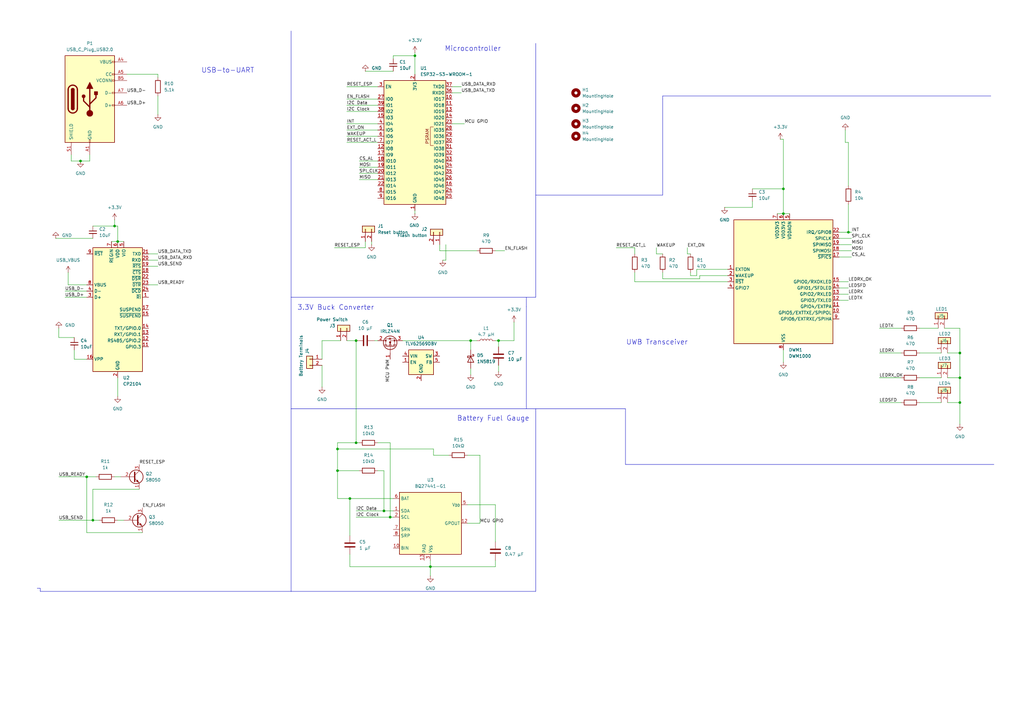
<source format=kicad_sch>
(kicad_sch (version 20231120) (generator "eeschema") (generator_version "8.0")
  (paper "A3")
  (lib_symbols
    (symbol "Battery_Management:BQ27441-G1"
      (property "Reference" "U" (at -5.08 15.875 0))
      (property "Value" "BQ27441-G1" (at -5.08 13.97 0))
      (symbol "BQ27441-G1_0_1"
        (rectangle (start -12.7 12.7) (end 12.7 -12.7) (stroke (width 0.254)) (fill (type background)))
      )
      (symbol "BQ27441-G1_1_1"
        (pin bidirectional line (at -15.24 5.08 0) (length 2.54) (name "SDA") (number "1"))
        (pin input line (at -15.24 -10.16 0) (length 2.54) (name "BIN") (number "10"))
        (pin no_connect line (at 10.16 -2.54 180) (length 2.54) hide (name "NC") (number "11"))
        (pin output line (at 15.24 0 180) (length 2.54) (name "GPOUT") (number "12"))
        (pin power_in line (at -2.54 -15.24 90) (length 2.54) (name "PAD") (number "13"))
        (pin input line (at -15.24 2.54 0) (length 2.54) (name "SCL") (number "2"))
        (pin power_in line (at 0 -15.24 90) (length 2.54) (name "V_{SS}") (number "3"))
        (pin no_connect line (at 10.16 -7.62 180) (length 2.54) hide (name "NC") (number "4"))
        (pin power_out line (at 15.24 7.62 180) (length 2.54) (name "V_{DD}") (number "5"))
        (pin power_in line (at -15.24 10.16 0) (length 2.54) (name "BAT") (number "6"))
        (pin input line (at -15.24 -2.54 0) (length 2.54) (name "SRN") (number "7"))
        (pin input line (at -15.24 -5.08 0) (length 2.54) (name "SRP") (number "8"))
        (pin no_connect line (at 10.16 -5.08 180) (length 2.54) hide (name "NC") (number "9"))
      )
    )
    (symbol "Connector:USB_C_Plug_USB2.0" (pin_names (offset 1.016))
      (property "Reference" "P" (at -10.16 19.05 0))
      (property "Value" "USB_C_Plug_USB2.0" (at 12.7 19.05 0))
      (symbol "USB_C_Plug_USB2.0_0_0"
        (rectangle (start -0.254 -17.78) (end 0.254 -16.764))
        (rectangle (start 10.16 -2.286) (end 9.144 -2.794))
        (rectangle (start 10.16 2.794) (end 9.144 2.286))
        (rectangle (start 10.16 7.874) (end 9.144 7.366))
        (rectangle (start 10.16 10.414) (end 9.144 9.906))
        (rectangle (start 10.16 15.494) (end 9.144 14.986))
      )
      (symbol "USB_C_Plug_USB2.0_0_1"
        (rectangle (start -10.16 17.78) (end 10.16 -17.78) (stroke (width 0.254)) (fill (type background)))
        (arc (start -8.89 -3.81) (mid -6.985 -5.7067) (end -5.08 -3.81) (stroke (width 0.508)))
        (arc (start -7.62 -3.81) (mid -6.985 -4.4423) (end -6.35 -3.81) (stroke (width 0.254)))
        (arc (start -7.62 -3.81) (mid -6.985 -4.4423) (end -6.35 -3.81) (stroke (width 0.254)) (fill (type outline)))
        (rectangle (start -7.62 -3.81) (end -6.35 3.81) (stroke (width 0.254)) (fill (type outline)))
        (arc (start -6.35 3.81) (mid -6.985 4.4423) (end -7.62 3.81) (stroke (width 0.254)))
        (arc (start -6.35 3.81) (mid -6.985 4.4423) (end -7.62 3.81) (stroke (width 0.254)) (fill (type outline)))
        (arc (start -5.08 3.81) (mid -6.985 5.7067) (end -8.89 3.81) (stroke (width 0.508)))
        (circle (center -2.54 1.143) (radius 0.635) (stroke (width 0.254)) (fill (type outline)))
        (circle (center 0 -5.842) (radius 1.27) (fill (type outline)))
        (polyline (pts (xy -8.89 -3.81) (xy -8.89 3.81)) (stroke (width 0.508)))
        (polyline (pts (xy -5.08 3.81) (xy -5.08 -3.81)) (stroke (width 0.508)))
        (polyline (pts (xy 0 -5.842) (xy 0 4.318)) (stroke (width 0.508)))
        (polyline (pts (xy 0 -3.302) (xy -2.54 -0.762) (xy -2.54 0.508)) (stroke (width 0.508)))
        (polyline (pts (xy 0 -2.032) (xy 2.54 0.508) (xy 2.54 1.778)) (stroke (width 0.508)))
        (polyline (pts (xy -1.27 4.318) (xy 0 6.858) (xy 1.27 4.318) (xy -1.27 4.318)) (stroke (width 0.254)) (fill (type outline)))
        (rectangle (start 1.905 1.778) (end 3.175 3.048) (stroke (width 0.254)) (fill (type outline)))
      )
      (symbol "USB_C_Plug_USB2.0_1_1"
        (pin passive line (at 0 -22.86 90) (length 5.08) (name "GND") (number "A1"))
        (pin passive line (at 0 -22.86 90) (length 5.08) hide (name "GND") (number "A12"))
        (pin passive line (at 15.24 15.24 180) (length 5.08) (name "VBUS") (number "A4"))
        (pin bidirectional line (at 15.24 10.16 180) (length 5.08) (name "CC") (number "A5"))
        (pin bidirectional line (at 15.24 -2.54 180) (length 5.08) (name "D+") (number "A6"))
        (pin bidirectional line (at 15.24 2.54 180) (length 5.08) (name "D-") (number "A7"))
        (pin passive line (at 15.24 15.24 180) (length 5.08) hide (name "VBUS") (number "A9"))
        (pin passive line (at 0 -22.86 90) (length 5.08) hide (name "GND") (number "B1"))
        (pin passive line (at 0 -22.86 90) (length 5.08) hide (name "GND") (number "B12"))
        (pin passive line (at 15.24 15.24 180) (length 5.08) hide (name "VBUS") (number "B4"))
        (pin bidirectional line (at 15.24 7.62 180) (length 5.08) (name "VCONN") (number "B5"))
        (pin passive line (at 15.24 15.24 180) (length 5.08) hide (name "VBUS") (number "B9"))
        (pin passive line (at -7.62 -22.86 90) (length 5.08) (name "SHIELD") (number "S1"))
      )
    )
    (symbol "Connector_Generic:Conn_01x02" (pin_names (offset 1.016) hide)
      (property "Reference" "J" (at 0 2.54 0))
      (property "Value" "Conn_01x02" (at 0 -5.08 0))
      (symbol "Conn_01x02_1_1"
        (rectangle (start -1.27 -2.413) (end 0 -2.667) (stroke (width 0.1524)))
        (rectangle (start -1.27 0.127) (end 0 -0.127) (stroke (width 0.1524)))
        (rectangle (start -1.27 1.27) (end 1.27 -3.81) (stroke (width 0.254)) (fill (type background)))
        (pin passive line (at -5.08 0 0) (length 3.81) (name "Pin_1") (number "1"))
        (pin passive line (at -5.08 -2.54 0) (length 3.81) (name "Pin_2") (number "2"))
      )
    )
    (symbol "Device:C" (pin_numbers hide) (pin_names (offset 0.254))
      (property "Reference" "C" (at 0.635 2.54 0))
      (property "Value" "C" (at 0.635 -2.54 0))
      (symbol "C_0_1"
        (polyline (pts (xy -2.032 -0.762) (xy 2.032 -0.762)) (stroke (width 0.508)))
        (polyline (pts (xy -2.032 0.762) (xy 2.032 0.762)) (stroke (width 0.508)))
      )
      (symbol "C_1_1"
        (pin passive line (at 0 3.81 270) (length 2.794) (name "~") (number "1"))
        (pin passive line (at 0 -3.81 90) (length 2.794) (name "~") (number "2"))
      )
    )
    (symbol "Device:C_Small" (pin_numbers hide) (pin_names (offset 0.254) hide)
      (property "Reference" "C" (at 0.254 1.778 0))
      (property "Value" "C_Small" (at 0.254 -2.032 0))
      (symbol "C_Small_0_1"
        (polyline (pts (xy -1.524 -0.508) (xy 1.524 -0.508)) (stroke (width 0.3302)))
        (polyline (pts (xy -1.524 0.508) (xy 1.524 0.508)) (stroke (width 0.3048)))
      )
      (symbol "C_Small_1_1"
        (pin passive line (at 0 2.54 270) (length 2.032) (name "~") (number "1"))
        (pin passive line (at 0 -2.54 90) (length 2.032) (name "~") (number "2"))
      )
    )
    (symbol "Device:L" (pin_numbers hide) (pin_names (offset 1.016) hide)
      (property "Reference" "L" (at -1.27 0 90))
      (property "Value" "L" (at 1.905 0 90))
      (symbol "L_0_1"
        (arc (start 0 -2.54) (mid 0.6323 -1.905) (end 0 -1.27))
        (arc (start 0 -1.27) (mid 0.6323 -0.635) (end 0 0))
        (arc (start 0 0) (mid 0.6323 0.635) (end 0 1.27))
        (arc (start 0 1.27) (mid 0.6323 1.905) (end 0 2.54))
      )
      (symbol "L_1_1"
        (pin passive line (at 0 3.81 270) (length 1.27) (name "1") (number "1"))
        (pin passive line (at 0 -3.81 90) (length 1.27) (name "2") (number "2"))
      )
    )
    (symbol "Device:R" (pin_numbers hide) (pin_names (offset 0))
      (property "Reference" "R" (at 2.032 0 90))
      (property "Value" "R" (at 0 0 90))
      (symbol "R_0_1"
        (rectangle (start -1.016 -2.54) (end 1.016 2.54) (stroke (width 0.254)))
      )
      (symbol "R_1_1"
        (pin passive line (at 0 3.81 270) (length 1.27) (name "~") (number "1"))
        (pin passive line (at 0 -3.81 90) (length 1.27) (name "~") (number "2"))
      )
    )
    (symbol "Diode:1N5819" (pin_numbers hide) (pin_names (offset 1.016) hide)
      (property "Reference" "D" (at 0 2.54 0))
      (property "Value" "1N5819" (at 0 -2.54 0))
      (symbol "1N5819_0_1"
        (polyline (pts (xy 1.27 0) (xy -1.27 0)))
        (polyline (pts (xy 1.27 1.27) (xy 1.27 -1.27) (xy -1.27 0) (xy 1.27 1.27)) (stroke (width 0.254)))
        (polyline (pts (xy -1.905 0.635) (xy -1.905 1.27) (xy -1.27 1.27) (xy -1.27 -1.27) (xy -0.635 -1.27) (xy -0.635 -0.635)) (stroke (width 0.254)))
      )
      (symbol "1N5819_1_1"
        (pin passive line (at -3.81 0 0) (length 2.54) (name "K") (number "1"))
        (pin passive line (at 3.81 0 180) (length 2.54) (name "A") (number "2"))
      )
    )
    (symbol "Interface_USB:CP2104"
      (property "Reference" "U" (at -5.08 28.575 0))
      (property "Value" "CP2104" (at -5.08 26.67 0))
      (symbol "CP2104_1_1"
        (rectangle (start -10.16 25.4) (end 10.16 -25.4) (stroke (width 0.254)) (fill (type background)))
        (pin input line (at 12.7 5.08 180) (length 2.54) (name "~{RI}") (number "1"))
        (pin no_connect line (at 10.16 -20.32 180) (length 2.54) hide (name "NC") (number "10"))
        (pin bidirectional line (at 12.7 -15.24 180) (length 2.54) (name "GPIO.3") (number "11"))
        (pin bidirectional line (at 12.7 -12.7 180) (length 2.54) (name "RS485/GPIO.2") (number "12"))
        (pin bidirectional line (at 12.7 -10.16 180) (length 2.54) (name "RXT/GPIO.1") (number "13"))
        (pin bidirectional line (at 12.7 -7.62 180) (length 2.54) (name "TXT/GPIO.0") (number "14"))
        (pin output line (at 12.7 -2.54 180) (length 2.54) (name "~{SUSPEND}") (number "15"))
        (pin passive line (at -12.7 -20.32 0) (length 2.54) (name "VPP") (number "16"))
        (pin output line (at 12.7 0 180) (length 2.54) (name "SUSPEND") (number "17"))
        (pin input line (at 12.7 15.24 180) (length 2.54) (name "~{CTS}") (number "18"))
        (pin output line (at 12.7 17.78 180) (length 2.54) (name "~{RTS}") (number "19"))
        (pin power_in line (at 0 -27.94 90) (length 2.54) (name "GND") (number "2"))
        (pin input line (at 12.7 20.32 180) (length 2.54) (name "RXD") (number "20"))
        (pin output line (at 12.7 22.86 180) (length 2.54) (name "TXD") (number "21"))
        (pin input line (at 12.7 12.7 180) (length 2.54) (name "~{DSR}") (number "22"))
        (pin output line (at 12.7 10.16 180) (length 2.54) (name "~{DTR}") (number "23"))
        (pin input line (at 12.7 7.62 180) (length 2.54) (name "~{DCD}") (number "24"))
        (pin passive line (at 0 -27.94 90) (length 2.54) hide (name "GND") (number "25"))
        (pin bidirectional line (at -12.7 5.08 0) (length 2.54) (name "D+") (number "3"))
        (pin bidirectional line (at -12.7 7.62 0) (length 2.54) (name "D-") (number "4"))
        (pin power_in line (at 2.54 27.94 270) (length 2.54) (name "VIO") (number "5"))
        (pin power_in line (at 0 27.94 270) (length 2.54) (name "VDD") (number "6"))
        (pin power_in line (at -2.54 27.94 270) (length 2.54) (name "REGIN") (number "7"))
        (pin input line (at -12.7 10.16 0) (length 2.54) (name "VBUS") (number "8"))
        (pin bidirectional line (at -12.7 22.86 0) (length 2.54) (name "~{RST}") (number "9"))
      )
    )
    (symbol "Mechanical:MountingHole" (pin_names (offset 1.016)) (exclude_from_sim yes) (in_bom no)
      (property "Reference" "H" (at 0 5.08 0))
      (property "Value" "MountingHole" (at 0 3.175 0))
      (symbol "MountingHole_0_1"
        (circle (center 0 0) (radius 1.27) (stroke (width 1.27)))
      )
    )
    (symbol "RF_Module:DWM1000"
      (property "Reference" "DWM" (at -17.78 26.67 0))
      (property "Value" "DWM1000" (at 15.875 26.67 0))
      (symbol "DWM1000_0_1"
        (rectangle (start -20.32 25.4) (end 20.32 -25.4) (stroke (width 0.254)) (fill (type background)))
      )
      (symbol "DWM1000_1_1"
        (pin output line (at -22.86 5.08 0) (length 2.54) (name "EXTON") (number "1"))
        (pin bidirectional line (at 22.86 -12.7 180) (length 2.54) (name "GPIO5/EXTTXE/SPIPOL") (number "10"))
        (pin bidirectional line (at 22.86 -10.16 180) (length 2.54) (name "GPIO4/EXTPA") (number "11"))
        (pin bidirectional line (at 22.86 -7.62 180) (length 2.54) (name "GPIO3/TXLED") (number "12"))
        (pin bidirectional line (at 22.86 -5.08 180) (length 2.54) (name "GPIO2/RXLED") (number "13"))
        (pin bidirectional line (at 22.86 -2.54 180) (length 2.54) (name "GPIO1/SFDLED") (number "14"))
        (pin bidirectional line (at 22.86 0 180) (length 2.54) (name "GPIO0/RXOKLED") (number "15"))
        (pin passive line (at 0 -27.94 90) (length 2.54) hide (name "VSS") (number "16"))
        (pin input line (at 22.86 10.16 180) (length 2.54) (name "~{SPICS}") (number "17"))
        (pin input line (at 22.86 12.7 180) (length 2.54) (name "SPIMOSI") (number "18"))
        (pin output line (at 22.86 15.24 180) (length 2.54) (name "SPIMISO") (number "19"))
        (pin bidirectional line (at -22.86 2.54 0) (length 2.54) (name "WAKEUP") (number "2"))
        (pin input line (at 22.86 17.78 180) (length 2.54) (name "SPICLK") (number "20"))
        (pin passive line (at 0 -27.94 90) (length 2.54) hide (name "VSS") (number "21"))
        (pin bidirectional line (at 22.86 20.32 180) (length 2.54) (name "IRQ/GPIO8") (number "22"))
        (pin passive line (at 0 -27.94 90) (length 2.54) hide (name "VSS") (number "23"))
        (pin passive line (at 0 -27.94 90) (length 2.54) hide (name "VSS") (number "24"))
        (pin bidirectional line (at -22.86 0 0) (length 2.54) (name "~{RST}") (number "3"))
        (pin bidirectional line (at -22.86 -2.54 0) (length 2.54) (name "GPIO7") (number "4"))
        (pin power_in line (at 2.54 27.94 270) (length 2.54) (name "VDDAON") (number "5"))
        (pin power_in line (at 0 27.94 270) (length 2.54) (name "VDD3V3") (number "6"))
        (pin power_in line (at -2.54 27.94 270) (length 2.54) (name "VDD3V3") (number "7"))
        (pin power_in line (at 0 -27.94 90) (length 2.54) (name "VSS") (number "8"))
        (pin bidirectional line (at 22.86 -15.24 180) (length 2.54) (name "GPIO6/EXTRXE/SPIHA") (number "9"))
      )
    )
    (symbol "RF_Module:ESP32-S3-WROOM-1"
      (property "Reference" "U" (at -12.7 26.67 0))
      (property "Value" "ESP32-S3-WROOM-1" (at 12.7 26.67 0))
      (symbol "ESP32-S3-WROOM-1_0_0"
        (rectangle (start -12.7 25.4) (end 12.7 -25.4) (stroke (width 0.254)) (fill (type background)))
        (text "PSRAM" (at 5.08 2.54 900) (effects (font (size 1.27 1.27))))
      )
      (symbol "ESP32-S3-WROOM-1_0_1"
        (polyline (pts (xy 7.62 -1.27) (xy 6.35 -1.27) (xy 6.35 6.35) (xy 7.62 6.35)))
      )
      (symbol "ESP32-S3-WROOM-1_1_1"
        (pin power_in line (at 0 -27.94 90) (length 2.54) (name "GND") (number "1"))
        (pin bidirectional line (at 15.24 17.78 180) (length 2.54) (name "IO17") (number "10"))
        (pin bidirectional line (at 15.24 15.24 180) (length 2.54) (name "IO18") (number "11"))
        (pin bidirectional line (at -15.24 -2.54 0) (length 2.54) (name "IO8") (number "12"))
        (pin bidirectional line (at 15.24 12.7 180) (length 2.54) (name "IO19") (number "13"))
        (pin bidirectional line (at 15.24 10.16 180) (length 2.54) (name "IO20") (number "14"))
        (pin bidirectional line (at -15.24 10.16 0) (length 2.54) (name "IO3") (number "15"))
        (pin bidirectional line (at 15.24 -17.78 180) (length 2.54) (name "IO46") (number "16"))
        (pin bidirectional line (at -15.24 -5.08 0) (length 2.54) (name "IO9") (number "17"))
        (pin bidirectional line (at -15.24 -7.62 0) (length 2.54) (name "IO10") (number "18"))
        (pin bidirectional line (at -15.24 -10.16 0) (length 2.54) (name "IO11") (number "19"))
        (pin power_in line (at 0 27.94 270) (length 2.54) (name "3V3") (number "2"))
        (pin bidirectional line (at -15.24 -12.7 0) (length 2.54) (name "IO12") (number "20"))
        (pin bidirectional line (at -15.24 -15.24 0) (length 2.54) (name "IO13") (number "21"))
        (pin bidirectional line (at -15.24 -17.78 0) (length 2.54) (name "IO14") (number "22"))
        (pin bidirectional line (at 15.24 7.62 180) (length 2.54) (name "IO21") (number "23"))
        (pin bidirectional line (at 15.24 -20.32 180) (length 2.54) (name "IO47") (number "24"))
        (pin bidirectional line (at 15.24 -22.86 180) (length 2.54) (name "IO48") (number "25"))
        (pin bidirectional line (at 15.24 -15.24 180) (length 2.54) (name "IO45") (number "26"))
        (pin bidirectional line (at -15.24 17.78 0) (length 2.54) (name "IO0") (number "27"))
        (pin bidirectional line (at 15.24 5.08 180) (length 2.54) (name "IO35") (number "28"))
        (pin bidirectional line (at 15.24 2.54 180) (length 2.54) (name "IO36") (number "29"))
        (pin input line (at -15.24 22.86 0) (length 2.54) (name "EN") (number "3"))
        (pin bidirectional line (at 15.24 0 180) (length 2.54) (name "IO37") (number "30"))
        (pin bidirectional line (at 15.24 -2.54 180) (length 2.54) (name "IO38") (number "31"))
        (pin bidirectional line (at 15.24 -5.08 180) (length 2.54) (name "IO39") (number "32"))
        (pin bidirectional line (at 15.24 -7.62 180) (length 2.54) (name "IO40") (number "33"))
        (pin bidirectional line (at 15.24 -10.16 180) (length 2.54) (name "IO41") (number "34"))
        (pin bidirectional line (at 15.24 -12.7 180) (length 2.54) (name "IO42") (number "35"))
        (pin bidirectional line (at 15.24 20.32 180) (length 2.54) (name "RXD0") (number "36"))
        (pin bidirectional line (at 15.24 22.86 180) (length 2.54) (name "TXD0") (number "37"))
        (pin bidirectional line (at -15.24 12.7 0) (length 2.54) (name "IO2") (number "38"))
        (pin bidirectional line (at -15.24 15.24 0) (length 2.54) (name "IO1") (number "39"))
        (pin bidirectional line (at -15.24 7.62 0) (length 2.54) (name "IO4") (number "4"))
        (pin passive line (at 0 -27.94 90) (length 2.54) hide (name "GND") (number "40"))
        (pin passive line (at 0 -27.94 90) (length 2.54) hide (name "GND") (number "41"))
        (pin bidirectional line (at -15.24 5.08 0) (length 2.54) (name "IO5") (number "5"))
        (pin bidirectional line (at -15.24 2.54 0) (length 2.54) (name "IO6") (number "6"))
        (pin bidirectional line (at -15.24 0 0) (length 2.54) (name "IO7") (number "7"))
        (pin bidirectional line (at -15.24 -20.32 0) (length 2.54) (name "IO15") (number "8"))
        (pin bidirectional line (at -15.24 -22.86 0) (length 2.54) (name "IO16") (number "9"))
      )
    )
    (symbol "Regulator_Switching:TLV62569DBV"
      (property "Reference" "U" (at -5.08 6.35 0))
      (property "Value" "TLV62569DBV" (at 0 6.35 0))
      (symbol "TLV62569DBV_0_1"
        (rectangle (start -5.08 5.08) (end 5.08 -5.08) (stroke (width 0.254)) (fill (type background)))
      )
      (symbol "TLV62569DBV_1_1"
        (pin input line (at -7.62 0 0) (length 2.54) (name "EN") (number "1"))
        (pin power_in line (at 0 -7.62 90) (length 2.54) (name "GND") (number "2"))
        (pin power_out line (at 7.62 2.54 180) (length 2.54) (name "SW") (number "3"))
        (pin power_in line (at -7.62 2.54 0) (length 2.54) (name "VIN") (number "4"))
        (pin input line (at 7.62 0 180) (length 2.54) (name "FB") (number "5"))
      )
    )
    (symbol "Transistor_BJT:S8050" (pin_names (offset 0) hide)
      (property "Reference" "Q" (at 5.08 1.905 0))
      (property "Value" "S8050" (at 5.08 0 0))
      (symbol "S8050_0_1"
        (polyline (pts (xy 0 0) (xy 0.635 0)))
        (polyline (pts (xy 0.635 0.635) (xy 2.54 2.54)))
        (polyline (pts (xy 0.635 -0.635) (xy 2.54 -2.54) (xy 2.54 -2.54)))
        (polyline (pts (xy 0.635 1.905) (xy 0.635 -1.905) (xy 0.635 -1.905)) (stroke (width 0.508)))
        (polyline (pts (xy 1.27 -1.778) (xy 1.778 -1.27) (xy 2.286 -2.286) (xy 1.27 -1.778) (xy 1.27 -1.778)) (fill (type outline)))
        (circle (center 1.27 0) (radius 2.8194) (stroke (width 0.254)))
      )
      (symbol "S8050_1_1"
        (pin passive line (at 2.54 -5.08 90) (length 2.54) (name "E") (number "1"))
        (pin input line (at -5.08 0 0) (length 5.08) (name "B") (number "2"))
        (pin passive line (at 2.54 5.08 270) (length 2.54) (name "C") (number "3"))
      )
    )
    (symbol "Transistor_FET:IRLZ44N" (pin_names hide)
      (property "Reference" "Q" (at 5.08 1.905 0))
      (property "Value" "IRLZ44N" (at 5.08 0 0))
      (symbol "IRLZ44N_0_1"
        (polyline (pts (xy 0.254 0) (xy -2.54 0)))
        (polyline (pts (xy 0.254 1.905) (xy 0.254 -1.905)) (stroke (width 0.254)))
        (polyline (pts (xy 0.762 -1.27) (xy 0.762 -2.286)) (stroke (width 0.254)))
        (polyline (pts (xy 0.762 0.508) (xy 0.762 -0.508)) (stroke (width 0.254)))
        (polyline (pts (xy 0.762 2.286) (xy 0.762 1.27)) (stroke (width 0.254)))
        (polyline (pts (xy 2.54 2.54) (xy 2.54 1.778)))
        (polyline (pts (xy 2.54 -2.54) (xy 2.54 0) (xy 0.762 0)))
        (polyline (pts (xy 0.762 -1.778) (xy 3.302 -1.778) (xy 3.302 1.778) (xy 0.762 1.778)))
        (polyline (pts (xy 1.016 0) (xy 2.032 0.381) (xy 2.032 -0.381) (xy 1.016 0)) (fill (type outline)))
        (polyline (pts (xy 2.794 0.508) (xy 2.921 0.381) (xy 3.683 0.381) (xy 3.81 0.254)))
        (polyline (pts (xy 3.302 0.381) (xy 2.921 -0.254) (xy 3.683 -0.254) (xy 3.302 0.381)))
        (circle (center 1.651 0) (radius 2.794) (stroke (width 0.254)))
        (circle (center 2.54 -1.778) (radius 0.254) (fill (type outline)))
        (circle (center 2.54 1.778) (radius 0.254) (fill (type outline)))
      )
      (symbol "IRLZ44N_1_1"
        (pin input line (at -5.08 0 0) (length 2.54) (name "G") (number "1"))
        (pin passive line (at 2.54 5.08 270) (length 2.54) (name "D") (number "2"))
        (pin passive line (at 2.54 -5.08 90) (length 2.54) (name "S") (number "3"))
      )
    )
    (symbol "power:+3.3V" (power) (pin_numbers hide) (pin_names (offset 0) hide)
      (property "Value" "+3.3V" (at 0 3.556 0))
      (symbol "+3.3V_0_1"
        (polyline (pts (xy -0.762 1.27) (xy 0 2.54)))
        (polyline (pts (xy 0 0) (xy 0 2.54)))
        (polyline (pts (xy 0 2.54) (xy 0.762 1.27)))
      )
      (symbol "+3.3V_1_1"
        (pin power_in line (at 0 0 90) (length 0) (name "~") (number "1"))
      )
    )
    (symbol "power:GND" (power) (pin_numbers hide) (pin_names (offset 0) hide)
      (property "Value" "GND" (at 0 -3.81 0))
      (symbol "GND_0_1"
        (polyline (pts (xy 0 0) (xy 0 -1.27) (xy 1.27 -1.27) (xy 0 -2.54) (xy -1.27 -1.27) (xy 0 -1.27)))
      )
      (symbol "GND_1_1"
        (pin power_in line (at 0 0 270) (length 0) (name "~") (number "1"))
      )
    )
  )
  (junction (at 48.26 99.06))
  (junction (at 35.56 195.58))
  (junction (at 143.51 204.47))
  (junction (at 146.05 139.7))
  (junction (at 46.99 92.71))
  (junction (at 138.43 193.04))
  (junction (at 33.02 66.04))
  (junction (at 193.04 139.7))
  (junction (at 176.53 232.41))
  (junction (at 393.7 144.78))
  (junction (at 321.31 87.63))
  (junction (at 393.7 154.94))
  (junction (at 204.47 139.7))
  (junction (at 146.05 181.61))
  (junction (at 170.18 22.86))
  (junction (at 347.98 95.25))
  (junction (at 321.31 77.47))
  (junction (at 38.1 213.36))
  (junction (at 138.43 184.15))
  (junction (at 157.48 209.55))
  (junction (at 393.7 165.1))
  (junction (at 160.02 212.09))
  (wire (pts (xy 203.2 229.87) (xy 203.2 232.41)))
  (wire (pts (xy 347.98 58.42) (xy 347.98 76.2)))
  (wire (pts (xy 48.26 154.94) (xy 48.26 162.56)))
  (wire (pts (xy 170.18 86.36) (xy 170.18 87.63)))
  (wire (pts (xy 157.48 209.55) (xy 161.29 209.55)))
  (wire (pts (xy 149.86 99.06) (xy 149.86 101.6)))
  (wire (pts (xy 64.77 116.84) (xy 60.96 116.84)))
  (wire (pts (xy 260.35 115.57) (xy 260.35 111.76)))
  (wire (pts (xy 36.83 66.04) (xy 33.02 66.04)))
  (wire (pts (xy 287.02 113.03) (xy 287.02 114.3)))
  (wire (pts (xy 190.5 50.8) (xy 185.42 50.8)))
  (polyline (pts (xy 119.38 12.7) (xy 119.38 121.92)))
  (wire (pts (xy 298.45 115.57) (xy 260.35 115.57)))
  (wire (pts (xy 318.77 87.63) (xy 321.31 87.63)))
  (wire (pts (xy 149.86 101.6) (xy 137.16 101.6)))
  (polyline (pts (xy 119.38 242.57) (xy 219.71 242.57)))
  (wire (pts (xy 22.86 97.79) (xy 38.1 97.79)))
  (wire (pts (xy 349.25 97.79) (xy 344.17 97.79)))
  (wire (pts (xy 287.02 114.3) (xy 271.78 114.3)))
  (wire (pts (xy 176.53 229.87) (xy 176.53 232.41)))
  (wire (pts (xy 182.88 100.33) (xy 182.88 106.68)))
  (polyline (pts (xy 256.54 167.64) (xy 256.54 190.5)))
  (polyline (pts (xy 256.54 190.5) (xy 407.67 190.5)))
  (wire (pts (xy 177.8 184.15) (xy 138.43 184.15)))
  (wire (pts (xy 46.99 195.58) (xy 49.53 195.58)))
  (wire (pts (xy 142.24 58.42) (xy 154.94 58.42)))
  (wire (pts (xy 298.45 110.49) (xy 285.75 110.49)))
  (polyline (pts (xy 271.78 40.64) (xy 271.78 80.01)))
  (wire (pts (xy 39.37 195.58) (xy 35.56 195.58)))
  (wire (pts (xy 346.71 58.42) (xy 346.71 53.34)))
  (wire (pts (xy 347.98 123.19) (xy 344.17 123.19)))
  (polyline (pts (xy 16.51 242.57) (xy 16.51 241.3)))
  (wire (pts (xy 360.68 165.1) (xy 369.57 165.1)))
  (wire (pts (xy 142.24 50.8) (xy 154.94 50.8)))
  (wire (pts (xy 207.01 102.87) (xy 203.2 102.87)))
  (wire (pts (xy 24.13 138.43) (xy 24.13 134.62)))
  (wire (pts (xy 360.68 134.62) (xy 369.57 134.62)))
  (polyline (pts (xy 119.38 167.64) (xy 119.38 242.57)))
  (wire (pts (xy 285.75 110.49) (xy 285.75 113.03)))
  (wire (pts (xy 143.51 204.47) (xy 161.29 204.47)))
  (wire (pts (xy 252.73 101.6) (xy 260.35 101.6)))
  (wire (pts (xy 349.25 95.25) (xy 347.98 95.25)))
  (wire (pts (xy 195.58 102.87) (xy 180.34 102.87)))
  (wire (pts (xy 271.78 114.3) (xy 271.78 111.76)))
  (wire (pts (xy 35.56 116.84) (xy 27.94 116.84)))
  (wire (pts (xy 269.24 104.14) (xy 271.78 104.14)))
  (polyline (pts (xy 215.9 121.92) (xy 215.9 125.73)))
  (wire (pts (xy 143.51 232.41) (xy 176.53 232.41)))
  (wire (pts (xy 377.19 154.94) (xy 386.08 154.94)))
  (wire (pts (xy 48.26 213.36) (xy 50.8 213.36)))
  (wire (pts (xy 388.62 144.78) (xy 393.7 144.78)))
  (wire (pts (xy 170.18 22.86) (xy 170.18 30.48)))
  (wire (pts (xy 138.43 184.15) (xy 138.43 193.04)))
  (wire (pts (xy 193.04 139.7) (xy 193.04 143.51)))
  (wire (pts (xy 154.94 66.04) (xy 147.32 66.04)))
  (wire (pts (xy 35.56 218.44) (xy 35.56 195.58)))
  (wire (pts (xy 142.24 43.18) (xy 154.94 43.18)))
  (wire (pts (xy 196.85 186.69) (xy 196.85 214.63)))
  (polyline (pts (xy 219.71 242.57) (xy 219.71 167.64)))
  (wire (pts (xy 138.43 181.61) (xy 138.43 184.15)))
  (wire (pts (xy 387.35 134.62) (xy 393.7 134.62)))
  (polyline (pts (xy 15.24 241.3) (xy 16.51 241.3)))
  (wire (pts (xy 160.02 212.09) (xy 161.29 212.09)))
  (wire (pts (xy 64.77 104.14) (xy 60.96 104.14)))
  (wire (pts (xy 176.53 232.41) (xy 176.53 236.22)))
  (wire (pts (xy 203.2 207.01) (xy 203.2 222.25)))
  (wire (pts (xy 40.64 213.36) (xy 38.1 213.36)))
  (wire (pts (xy 285.75 113.03) (xy 283.21 113.03)))
  (wire (pts (xy 347.98 115.57) (xy 344.17 115.57)))
  (wire (pts (xy 393.7 165.1) (xy 393.7 154.94)))
  (wire (pts (xy 283.21 113.03) (xy 283.21 111.76)))
  (wire (pts (xy 142.24 55.88) (xy 154.94 55.88)))
  (polyline (pts (xy 119.38 167.64) (xy 119.38 121.92)))
  (wire (pts (xy 189.23 38.1) (xy 185.42 38.1)))
  (wire (pts (xy 45.72 99.06) (xy 48.26 99.06)))
  (wire (pts (xy 377.19 144.78) (xy 386.08 144.78)))
  (wire (pts (xy 48.26 99.06) (xy 48.26 92.71)))
  (polyline (pts (xy 119.38 242.57) (xy 16.51 242.57)))
  (wire (pts (xy 349.25 105.41) (xy 344.17 105.41)))
  (wire (pts (xy 182.88 106.68) (xy 181.61 106.68)))
  (wire (pts (xy 29.21 63.5) (xy 29.21 66.04)))
  (wire (pts (xy 161.29 22.86) (xy 161.29 24.13)))
  (wire (pts (xy 393.7 154.94) (xy 393.7 144.78)))
  (polyline (pts (xy 219.71 80.01) (xy 271.78 80.01)))
  (wire (pts (xy 321.31 143.51) (xy 321.31 148.59)))
  (wire (pts (xy 58.42 218.44) (xy 35.56 218.44)))
  (wire (pts (xy 204.47 149.86) (xy 204.47 152.4)))
  (wire (pts (xy 38.1 92.71) (xy 46.99 92.71)))
  (wire (pts (xy 191.77 186.69) (xy 196.85 186.69)))
  (wire (pts (xy 142.24 139.7) (xy 146.05 139.7)))
  (wire (pts (xy 29.21 66.04) (xy 33.02 66.04)))
  (wire (pts (xy 281.94 101.6) (xy 281.94 104.14)))
  (wire (pts (xy 64.77 109.22) (xy 60.96 109.22)))
  (wire (pts (xy 203.2 232.41) (xy 176.53 232.41)))
  (wire (pts (xy 35.56 147.32) (xy 30.48 147.32)))
  (wire (pts (xy 147.32 71.12) (xy 154.94 71.12)))
  (wire (pts (xy 36.83 63.5) (xy 36.83 66.04)))
  (wire (pts (xy 360.68 154.94) (xy 369.57 154.94)))
  (wire (pts (xy 269.24 101.6) (xy 269.24 104.14)))
  (wire (pts (xy 152.4 99.06) (xy 152.4 100.33)))
  (wire (pts (xy 154.94 181.61) (xy 160.02 181.61)))
  (wire (pts (xy 308.61 85.09) (xy 308.61 82.55)))
  (wire (pts (xy 170.18 21.59) (xy 170.18 22.86)))
  (wire (pts (xy 281.94 104.14) (xy 283.21 104.14)))
  (wire (pts (xy 308.61 77.47) (xy 321.31 77.47)))
  (wire (pts (xy 298.45 113.03) (xy 287.02 113.03)))
  (wire (pts (xy 132.08 139.7) (xy 132.08 147.32)))
  (wire (pts (xy 388.62 154.94) (xy 393.7 154.94)))
  (wire (pts (xy 393.7 144.78) (xy 393.7 134.62)))
  (wire (pts (xy 48.26 92.71) (xy 46.99 92.71)))
  (wire (pts (xy 347.98 120.65) (xy 344.17 120.65)))
  (wire (pts (xy 154.94 139.7) (xy 153.67 139.7)))
  (polyline (pts (xy 215.9 125.73) (xy 215.9 167.64)))
  (wire (pts (xy 35.56 195.58) (xy 24.13 195.58)))
  (wire (pts (xy 38.1 200.66) (xy 38.1 213.36)))
  (wire (pts (xy 138.43 181.61) (xy 146.05 181.61)))
  (wire (pts (xy 64.77 30.48) (xy 64.77 31.75)))
  (wire (pts (xy 146.05 212.09) (xy 160.02 212.09)))
  (wire (pts (xy 388.62 165.1) (xy 393.7 165.1)))
  (polyline (pts (xy 271.78 39.37) (xy 406.4 39.37)))
  (wire (pts (xy 52.07 30.48) (xy 64.77 30.48)))
  (wire (pts (xy 184.15 186.69) (xy 177.8 186.69)))
  (wire (pts (xy 204.47 139.7) (xy 204.47 142.24)))
  (wire (pts (xy 193.04 151.13) (xy 193.04 153.67)))
  (wire (pts (xy 377.19 165.1) (xy 386.08 165.1)))
  (wire (pts (xy 377.19 134.62) (xy 384.81 134.62)))
  (wire (pts (xy 189.23 35.56) (xy 185.42 35.56)))
  (wire (pts (xy 132.08 149.86) (xy 132.08 158.75)))
  (wire (pts (xy 349.25 100.33) (xy 344.17 100.33)))
  (wire (pts (xy 30.48 147.32) (xy 30.48 143.51)))
  (polyline (pts (xy 219.71 17.78) (xy 219.71 80.01)))
  (wire (pts (xy 38.1 213.36) (xy 24.13 213.36)))
  (wire (pts (xy 196.85 214.63) (xy 191.77 214.63)))
  (polyline (pts (xy 271.78 40.64) (xy 271.78 39.37)))
  (wire (pts (xy 165.1 139.7) (xy 193.04 139.7)))
  (wire (pts (xy 154.94 193.04) (xy 157.48 193.04)))
  (wire (pts (xy 191.77 207.01) (xy 203.2 207.01)))
  (wire (pts (xy 138.43 204.47) (xy 143.51 204.47)))
  (wire (pts (xy 146.05 181.61) (xy 147.32 181.61)))
  (wire (pts (xy 146.05 209.55) (xy 157.48 209.55)))
  (wire (pts (xy 27.94 116.84) (xy 27.94 111.76)))
  (wire (pts (xy 26.67 121.92) (xy 35.56 121.92)))
  (wire (pts (xy 203.2 139.7) (xy 204.47 139.7)))
  (wire (pts (xy 177.8 186.69) (xy 177.8 184.15)))
  (wire (pts (xy 204.47 139.7) (xy 210.82 139.7)))
  (wire (pts (xy 161.29 22.86) (xy 170.18 22.86)))
  (wire (pts (xy 349.25 102.87) (xy 344.17 102.87)))
  (wire (pts (xy 321.31 87.63) (xy 323.85 87.63)))
  (polyline (pts (xy 119.38 167.64) (xy 219.71 167.64)))
  (wire (pts (xy 321.31 77.47) (xy 321.31 87.63)))
  (wire (pts (xy 132.08 139.7) (xy 139.7 139.7)))
  (wire (pts (xy 147.32 73.66) (xy 154.94 73.66)))
  (polyline (pts (xy 219.71 121.92) (xy 219.71 80.01)))
  (wire (pts (xy 347.98 58.42) (xy 346.71 58.42)))
  (wire (pts (xy 321.31 57.15) (xy 320.04 57.15)))
  (wire (pts (xy 64.77 106.68) (xy 60.96 106.68)))
  (wire (pts (xy 46.99 92.71) (xy 46.99 90.17)))
  (wire (pts (xy 210.82 132.08) (xy 210.82 139.7)))
  (wire (pts (xy 57.15 200.66) (xy 38.1 200.66)))
  (wire (pts (xy 347.98 118.11) (xy 344.17 118.11)))
  (wire (pts (xy 26.67 119.38) (xy 35.56 119.38)))
  (wire (pts (xy 143.51 227.33) (xy 143.51 232.41)))
  (wire (pts (xy 142.24 53.34) (xy 154.94 53.34)))
  (wire (pts (xy 347.98 95.25) (xy 347.98 83.82)))
  (wire (pts (xy 347.98 95.25) (xy 344.17 95.25)))
  (wire (pts (xy 146.05 139.7) (xy 146.05 181.61)))
  (wire (pts (xy 297.18 85.09) (xy 308.61 85.09)))
  (wire (pts (xy 147.32 68.58) (xy 154.94 68.58)))
  (wire (pts (xy 142.24 40.64) (xy 154.94 40.64)))
  (wire (pts (xy 64.77 39.37) (xy 64.77 46.99)))
  (wire (pts (xy 160.02 181.61) (xy 160.02 212.09)))
  (wire (pts (xy 360.68 144.78) (xy 369.57 144.78)))
  (wire (pts (xy 142.24 35.56) (xy 154.94 35.56)))
  (wire (pts (xy 30.48 138.43) (xy 24.13 138.43)))
  (wire (pts (xy 157.48 193.04) (xy 157.48 209.55)))
  (wire (pts (xy 393.7 173.99) (xy 393.7 165.1)))
  (wire (pts (xy 149.86 29.21) (xy 161.29 29.21)))
  (wire (pts (xy 138.43 193.04) (xy 147.32 193.04)))
  (wire (pts (xy 142.24 45.72) (xy 154.94 45.72)))
  (wire (pts (xy 143.51 204.47) (xy 143.51 219.71)))
  (wire (pts (xy 138.43 193.04) (xy 138.43 204.47)))
  (wire (pts (xy 180.34 102.87) (xy 180.34 100.33)))
  (wire (pts (xy 193.04 139.7) (xy 195.58 139.7)))
  (polyline (pts (xy 119.38 121.92) (xy 219.71 121.92)))
  (wire (pts (xy 260.35 101.6) (xy 260.35 104.14)))
  (polyline (pts (xy 219.71 167.64) (xy 256.54 167.64)))
  (wire (pts (xy 321.31 57.15) (xy 321.31 77.47)))
  (wire (pts (xy 48.26 99.06) (xy 50.8 99.06)))
  (text "USB-to-UART" (at 82.55 28.956 0) (effects (font (size 2.032 2.032)) (justify left)))
  (text "Microcontroller\n" (at 182.372 20.066 0) (effects (font (size 2.032 2.032)) (justify left)))
  (text "3.3V Buck Converter" (at 121.92 126.238 0) (effects (font (size 2.032 2.032)) (justify left)))
  (text "Battery Fuel Gauge\n" (at 187.452 171.704 0) (effects (font (size 2.032 2.032)) (justify left)))
  (text "UWB Transceiver\n" (at 256.794 140.462 0) (effects (font (size 2.032 2.032)) (justify left)))
  (label "WAKEUP" (at 142.24 55.88 0))
  (label "RESET_ESP" (at 137.16 101.6 0))
  (label "LEDRX_OK" (at 347.98 115.57 0))
  (label "MCU GPIO" (at 196.85 214.63 0))
  (label "USB_DATA_RXD" (at 189.23 35.56 0))
  (label "USB_READY" (at 24.13 195.58 0))
  (label "USB_D+" (at 52.07 43.18 0))
  (label "LEDRX_OK" (at 360.68 154.94 0))
  (label "USB_DATA_TXD" (at 189.23 38.1 0))
  (label "I2C Clock" (at 142.24 45.72 0))
  (label "EN_FLASH" (at 142.24 40.64 0))
  (label "MISO" (at 349.25 100.33 0))
  (label "MCU GPIO" (at 190.5 50.8 0))
  (label "SPI_CLK" (at 349.25 97.79 0))
  (label "USB_READY" (at 64.77 116.84 0))
  (label "LEDRX" (at 360.68 144.78 0))
  (label "INT" (at 142.24 50.8 0))
  (label "I2C Data" (at 146.05 209.55 0))
  (label "LEDSFD" (at 347.98 118.11 0))
  (label "EXT_ON" (at 142.24 53.34 0))
  (label "RESET_ESP" (at 57.15 190.5 0))
  (label "USB_D-" (at 26.67 119.38 0))
  (label "EN_FLASH" (at 58.42 208.28 0))
  (label "I2C Data" (at 142.24 43.18 0))
  (label "MISO" (at 147.32 73.66 0))
  (label "RESET_ESP" (at 142.24 35.56 0))
  (label "MOSI" (at 349.25 102.87 0))
  (label "LEDTX" (at 360.68 134.62 0))
  (label "EN_FLASH" (at 207.01 102.87 0))
  (label "SPI_CLK" (at 147.32 71.12 0))
  (label "USB_D-" (at 52.07 38.1 0))
  (label "USB_DATA_RXD" (at 64.77 106.68 0))
  (label "LEDSFD" (at 360.68 165.1 0))
  (label "USB_D+" (at 26.67 121.92 0))
  (label "RESET_ACT_L" (at 252.73 101.6 0))
  (label "MOSI" (at 147.32 68.58 0))
  (label "I2C Clock" (at 146.05 212.09 0))
  (label "WAKEUP" (at 269.24 101.6 0))
  (label "CS_AL" (at 147.32 66.04 0))
  (label "RESET_ACT_L" (at 142.24 58.42 0))
  (label "LEDRX" (at 347.98 120.65 0))
  (label "INT" (at 349.25 95.25 0))
  (label "CS_AL" (at 349.25 105.41 0))
  (label "EXT_ON" (at 281.94 101.6 0))
  (label "LEDTX" (at 347.98 123.19 0))
  (label "USB_DATA_TXD" (at 64.77 104.14 0))
  (label "USB_SEND" (at 64.77 109.22 0))
  (label "MCU PWM" (at 160.02 147.32 270))
  (label "USB_SEND" (at 24.13 213.36 0))
  (symbol (lib_id "Connector_Generic:Conn_01x02") (at 386.08 160.02 90) (unit 1)
    (property "Reference" "J8" (at 386.08 160.02 90) (effects (justify right)))
    (property "Value" "LED4" (at 385.064 157.226 90) (effects (justify right)))
    (property "Description" "Generic connector, single row, 01x02, script generated (kicad-library-utils/schlib/autogen/connector/)" (effects (hide yes)))
  )
  (symbol (lib_id "power:+3.3V") (at 320.04 57.15 0) (unit 1)
    (property "Reference" "#PWR01" (effects (hide yes)))
    (property "Value" "+3.3V" (at 320.04 52.07 0))
    (property "Description" "Power symbol creates a global label with name \"+3.3V\"" (effects (hide yes)))
  )
  (symbol (lib_id "power:GND") (at 152.4 100.33 0) (unit 1)
    (property "Reference" "#PWR09" (effects (hide yes)))
    (property "Value" "GND" (at 152.4 105.41 0))
    (property "Description" "Power symbol creates a global label with name \"GND\" , ground" (effects (hide yes)))
  )
  (symbol (lib_id "Device:C") (at 204.47 146.05 0) (unit 1)
    (property "Reference" "C7" (at 208.28 144.7799 0) (effects (justify left)))
    (property "Value" "10 μF" (at 208.28 147.3199 0) (effects (justify left)))
    (property "Footprint" "Capacitor_SMD:C_0805_2012Metric_Pad1.18x1.45mm_HandSolder" (effects (hide yes)))
    (property "Description" "Unpolarized capacitor" (effects (hide yes)))
  )
  (symbol (lib_id "Transistor_FET:IRLZ44N") (at 160.02 142.24 90) (unit 1)
    (property "Reference" "Q1" (at 160.02 133.35 90))
    (property "Value" "IRLZ44N" (at 160.02 135.89 90))
    (property "Footprint" "Package_TO_SOT_THT:TO-220-3_Vertical" (effects (hide yes)))
    (property "Datasheet" "http://www.irf.com/product-info/datasheets/data/irlz44n.pdf" (effects (hide yes)))
    (property "Description" "47A Id, 55V Vds, 22mOhm Rds Single N-Channel HEXFET Power MOSFET, TO-220AB" (effects (hide yes)))
  )
  (symbol (lib_id "Device:C_Small") (at 161.29 26.67 0) (unit 1)
    (property "Reference" "C1" (at 163.83 25.4062 0) (effects (justify left)))
    (property "Value" "10uF" (at 163.83 27.9462 0) (effects (justify left)))
    (property "Footprint" "Capacitor_SMD:C_0805_2012Metric_Pad1.18x1.45mm_HandSolder" (effects (hide yes)))
    (property "Description" "Unpolarized capacitor, small symbol" (effects (hide yes)))
  )
  (symbol (lib_id "power:+3.3V") (at 46.99 90.17 0) (unit 1)
    (property "Reference" "#PWR011" (effects (hide yes)))
    (property "Value" "+3.3V" (at 46.99 85.09 0))
    (property "Description" "Power symbol creates a global label with name \"+3.3V\"" (effects (hide yes)))
  )
  (symbol (lib_id "Device:R") (at 373.38 154.94 270) (unit 1)
    (property "Reference" "R7" (at 373.38 148.59 90))
    (property "Value" "470" (at 373.38 151.13 90))
    (property "Description" "Resistor" (effects (hide yes)))
  )
  (symbol (lib_id "Device:C") (at 203.2 226.06 0) (unit 1)
    (property "Reference" "C8" (at 207.01 224.7899 0) (effects (justify left)))
    (property "Value" "0.47 μF" (at 207.01 227.3299 0) (effects (justify left)))
    (property "Description" "Unpolarized capacitor" (effects (hide yes)))
  )
  (symbol (lib_id "RF_Module:ESP32-S3-WROOM-1") (at 170.18 58.42 0) (unit 1)
    (property "Reference" "U1" (at 172.3741 27.94 0) (effects (justify left)))
    (property "Value" "ESP32-S3-WROOM-1" (at 172.3741 30.48 0) (effects (justify left)))
    (property "Footprint" "RF_Module:ESP32-S3-WROOM-1" (effects (hide yes)))
    (property "Datasheet" "https://www.espressif.com/sites/default/files/documentation/esp32-s3-wroom-1_wroom-1u_datasheet_en.pdf" (effects (hide yes)))
    (property "Description" "RF Module, ESP32-S3 SoC, Wi-Fi 802.11b/g/n, Bluetooth, BLE, 32-bit, 3.3V, onboard antenna, SMD" (effects (hide yes)))
  )
  (symbol (lib_id "Device:C") (at 143.51 223.52 0) (unit 1)
    (property "Reference" "C5" (at 147.32 222.2499 0) (effects (justify left)))
    (property "Value" "1 μF" (at 147.32 224.7899 0) (effects (justify left)))
    (property "Footprint" "Capacitor_SMD:C_0805_2012Metric_Pad1.18x1.45mm_HandSolder" (effects (hide yes)))
    (property "Description" "Unpolarized capacitor" (effects (hide yes)))
  )
  (symbol (lib_id "Device:C_Small") (at 38.1 95.25 0) (unit 1)
    (property "Reference" "C2" (at 40.64 93.9862 0) (effects (justify left)))
    (property "Value" "10uF" (at 40.64 96.5262 0) (effects (justify left)))
    (property "Footprint" "Capacitor_SMD:C_0805_2012Metric_Pad1.18x1.45mm_HandSolder" (effects (hide yes)))
    (property "Description" "Unpolarized capacitor, small symbol" (effects (hide yes)))
  )
  (symbol (lib_id "Device:C_Small") (at 308.61 80.01 0) (unit 1)
    (property "Reference" "C3" (at 311.15 78.7462 0) (effects (justify left)))
    (property "Value" "10uF" (at 311.15 81.2862 0) (effects (justify left)))
    (property "Footprint" "Capacitor_SMD:C_0805_2012Metric_Pad1.18x1.45mm_HandSolder" (effects (hide yes)))
    (property "Description" "Unpolarized capacitor, small symbol" (effects (hide yes)))
  )
  (symbol (lib_id "power:GND") (at 176.53 236.22 0) (unit 1)
    (property "Reference" "#PWR021" (effects (hide yes)))
    (property "Value" "GND" (at 176.53 241.3 0))
    (property "Description" "Power symbol creates a global label with name \"GND\" , ground" (effects (hide yes)))
  )
  (symbol (lib_id "Device:R") (at 199.39 102.87 270) (unit 1)
    (property "Reference" "R9" (at 199.39 96.52 90))
    (property "Value" "470" (at 199.39 99.06 90))
    (property "Description" "Resistor" (effects (hide yes)))
  )
  (symbol (lib_id "Connector_Generic:Conn_01x02") (at 386.08 139.7 90) (unit 1)
    (property "Reference" "J6" (at 386.08 139.7 90) (effects (justify right)))
    (property "Value" "LED2" (at 385.064 136.906 90) (effects (justify right)))
    (property "Description" "Generic connector, single row, 01x02, script generated (kicad-library-utils/schlib/autogen/connector/)" (effects (hide yes)))
  )
  (symbol (lib_id "Mechanical:MountingHole") (at 236.22 55.88 0) (unit 1) (exclude_from_sim yes) (in_bom no)
    (property "Reference" "H4" (at 238.76 54.6099 0) (effects (justify left)))
    (property "Value" "MountingHole" (at 238.76 57.1499 0) (effects (justify left)))
    (property "Description" "Mounting Hole without connection" (effects (hide yes)))
  )
  (symbol (lib_id "Connector_Generic:Conn_01x02") (at 139.7 134.62 90) (unit 1)
    (property "Reference" "J3" (at 135.128 133.604 90) (effects (justify right)))
    (property "Value" "Power Switch" (at 129.794 131.064 90) (effects (justify right)))
    (property "Description" "Generic connector, single row, 01x02, script generated (kicad-library-utils/schlib/autogen/connector/)" (effects (hide yes)))
  )
  (symbol (lib_id "power:GND") (at 204.47 152.4 0) (unit 1)
    (property "Reference" "#PWR022" (effects (hide yes)))
    (property "Value" "GND" (at 204.47 157.48 0))
    (property "Description" "Power symbol creates a global label with name \"GND\" , ground" (effects (hide yes)))
  )
  (symbol (lib_id "power:+3.3V") (at 170.18 21.59 0) (unit 1)
    (property "Reference" "#PWR02" (effects (hide yes)))
    (property "Value" "+3.3V" (at 170.18 16.51 0))
    (property "Description" "Power symbol creates a global label with name \"+3.3V\"" (effects (hide yes)))
  )
  (symbol (lib_id "RF_Module:DWM1000") (at 321.31 115.57 0) (unit 1)
    (property "Reference" "DWM1" (at 323.5041 143.51 0) (effects (justify left)))
    (property "Value" "DWM1000" (at 323.5041 146.05 0) (effects (justify left)))
    (property "Footprint" "RF_Module:DWM1000" (effects (hide yes)))
    (property "Datasheet" "https://www.decawave.com/sites/default/files/resources/dwm1000-datasheet-v1.3.pdf" (effects (hide yes)))
    (property "Description" "Ultra wide band RF module With ranging location capabilities" (effects (hide yes)))
  )
  (symbol (lib_id "Device:R") (at 373.38 165.1 270) (unit 1)
    (property "Reference" "R8" (at 373.38 158.75 90))
    (property "Value" "470" (at 373.38 161.29 90))
    (property "Description" "Resistor" (effects (hide yes)))
  )
  (symbol (lib_id "Transistor_BJT:S8050") (at 55.88 213.36 0) (unit 1)
    (property "Reference" "Q3" (at 60.96 212.0899 0) (effects (justify left)))
    (property "Value" "S8050" (at 60.96 214.6299 0) (effects (justify left)))
    (property "Footprint" "Package_TO_SOT_THT:TO-92_Inline" (effects (hide yes)))
    (property "Datasheet" "http://www.unisonic.com.tw/datasheet/S8050.pdf" (effects (hide yes)))
    (property "Description" "0.7A Ic, 20V Vce, Low Voltage High Current NPN Transistor, TO-92" (effects (hide yes)))
  )
  (symbol (lib_id "Device:R") (at 43.18 195.58 90) (unit 1)
    (property "Reference" "R11" (at 43.18 189.23 90))
    (property "Value" "1k" (at 43.18 191.77 90))
    (property "Description" "Resistor" (effects (hide yes)))
  )
  (symbol (lib_id "Connector_Generic:Conn_01x02") (at 180.34 95.25 270) (mirror x) (unit 1)
    (property "Reference" "J2" (at 175.26 93.9799 90) (effects (justify right)))
    (property "Value" "Flash button" (at 175.26 96.5199 90) (effects (justify right)))
    (property "Description" "Generic connector, single row, 01x02, script generated (kicad-library-utils/schlib/autogen/connector/)" (effects (hide yes)))
  )
  (symbol (lib_id "Battery_Management:BQ27441-G1") (at 176.53 214.63 0) (unit 1)
    (property "Reference" "U3" (at 176.53 196.85 0))
    (property "Value" "BQ27441-G1" (at 176.53 199.39 0))
    (property "Footprint" "Package_SON:Texas_S-PDSO-N12" (effects (hide yes)))
    (property "Datasheet" "http://www.ti.com/lit/ds/symlink/bq27441-g1.pdf" (effects (hide yes)))
    (property "Description" "System Side Li Ion/Polymer Fuel Gauge, PDSON-12" (effects (hide yes)))
  )
  (symbol (lib_id "power:GND") (at 170.18 87.63 0) (unit 1)
    (property "Reference" "#PWR04" (effects (hide yes)))
    (property "Value" "GND" (at 169.926 92.456 0))
    (property "Description" "Power symbol creates a global label with name \"GND\" , ground" (effects (hide yes)))
  )
  (symbol (lib_id "Device:R") (at 151.13 181.61 90) (mirror x) (unit 1)
    (property "Reference" "R13" (at 151.13 175.26 90))
    (property "Value" "10kΩ" (at 151.13 177.8 90))
    (property "Description" "Resistor" (effects (hide yes)))
  )
  (symbol (lib_id "Device:C") (at 149.86 139.7 270) (unit 1)
    (property "Reference" "C6" (at 149.86 132.08 90))
    (property "Value" "10 μF" (at 149.86 134.62 90))
    (property "Footprint" "Capacitor_SMD:C_0805_2012Metric_Pad1.18x1.45mm_HandSolder" (effects (hide yes)))
    (property "Description" "Unpolarized capacitor" (effects (hide yes)))
  )
  (symbol (lib_id "power:GND") (at 297.18 85.09 0) (unit 1)
    (property "Reference" "#PWR06" (effects (hide yes)))
    (property "Value" "GND" (at 297.18 90.17 0))
    (property "Description" "Power symbol creates a global label with name \"GND\" , ground" (effects (hide yes)))
  )
  (symbol (lib_id "Device:R") (at 373.38 144.78 270) (unit 1)
    (property "Reference" "R6" (at 373.38 138.43 90))
    (property "Value" "470" (at 373.38 140.97 90))
    (property "Description" "Resistor" (effects (hide yes)))
  )
  (symbol (lib_id "Interface_USB:CP2104") (at 48.26 127 0) (unit 1)
    (property "Reference" "U2" (at 50.4541 154.94 0) (effects (justify left)))
    (property "Value" "CP2104" (at 50.4541 157.48 0) (effects (justify left)))
    (property "Footprint" "Package_DFN_QFN:QFN-24-1EP_4x4mm_P0.5mm_EP2.6x2.6mm" (effects (hide yes)))
    (property "Datasheet" "https://www.silabs.com/documents/public/data-sheets/cp2104.pdf" (effects (hide yes)))
    (property "Description" "Single-Chip USB-to-UART Bridge, USB 2.0 Full-Speed, 2Mbps UART, QFN-24" (effects (hide yes)))
  )
  (symbol (lib_id "Connector_Generic:Conn_01x02") (at 386.08 149.86 90) (unit 1)
    (property "Reference" "J7" (at 386.08 149.86 90) (effects (justify right)))
    (property "Value" "LED3" (at 385.064 147.066 90) (effects (justify right)))
    (property "Description" "Generic connector, single row, 01x02, script generated (kicad-library-utils/schlib/autogen/connector/)" (effects (hide yes)))
  )
  (symbol (lib_id "power:GND") (at 393.7 173.99 0) (unit 1)
    (property "Reference" "#PWR08" (effects (hide yes)))
    (property "Value" "GND" (at 393.7 179.07 0))
    (property "Description" "Power symbol creates a global label with name \"GND\" , ground" (effects (hide yes)))
  )
  (symbol (lib_id "power:GND") (at 24.13 134.62 180) (unit 1)
    (property "Reference" "#PWR016" (effects (hide yes)))
    (property "Value" "GND" (at 26.67 133.3499 0) (effects (justify right)))
    (property "Description" "Power symbol creates a global label with name \"GND\" , ground" (effects (hide yes)))
  )
  (symbol (lib_id "power:GND") (at 321.31 148.59 0) (unit 1)
    (property "Reference" "#PWR03" (effects (hide yes)))
    (property "Value" "GND" (at 321.31 153.67 0))
    (property "Description" "Power symbol creates a global label with name \"GND\" , ground" (effects (hide yes)))
  )
  (symbol (lib_id "Connector_Generic:Conn_01x02") (at 149.86 93.98 90) (unit 1)
    (property "Reference" "J1" (at 154.94 92.7099 90) (effects (justify right)))
    (property "Value" "Reset button" (at 154.94 95.2499 90) (effects (justify right)))
    (property "Description" "Generic connector, single row, 01x02, script generated (kicad-library-utils/schlib/autogen/connector/)" (effects (hide yes)))
  )
  (symbol (lib_id "Diode:1N5819") (at 193.04 147.32 270) (unit 1)
    (property "Reference" "D5" (at 195.58 145.7324 90) (effects (justify left)))
    (property "Value" "1N5819" (at 195.58 148.2724 90) (effects (justify left)))
    (property "Footprint" "Diode_THT:D_DO-41_SOD81_P10.16mm_Horizontal" (effects (hide yes)))
    (property "Datasheet" "http://www.vishay.com/docs/88525/1n5817.pdf" (effects (hide yes)))
    (property "Description" "40V 1A Schottky Barrier Rectifier Diode, DO-41" (effects (hide yes)))
  )
  (symbol (lib_id "Connector_Generic:Conn_01x02") (at 384.81 129.54 90) (unit 1)
    (property "Reference" "J5" (at 384.81 129.54 90) (effects (justify right)))
    (property "Value" "LED1" (at 383.794 126.746 90) (effects (justify right)))
    (property "Description" "Generic connector, single row, 01x02, script generated (kicad-library-utils/schlib/autogen/connector/)" (effects (hide yes)))
  )
  (symbol (lib_id "power:+3.3V") (at 210.82 132.08 0) (unit 1)
    (property "Reference" "#PWR024" (effects (hide yes)))
    (property "Value" "+3.3V" (at 210.82 127 0))
    (property "Description" "Power symbol creates a global label with name \"+3.3V\"" (effects (hide yes)))
  )
  (symbol (lib_id "Device:R") (at 260.35 107.95 0) (unit 1)
    (property "Reference" "R3" (at 262.89 106.6799 0) (effects (justify left)))
    (property "Value" "470" (at 262.89 109.2199 0) (effects (justify left)))
    (property "Description" "Resistor" (effects (hide yes)))
  )
  (symbol (lib_id "Connector_Generic:Conn_01x02") (at 127 147.32 0) (mirror y) (unit 1)
    (property "Reference" "J4" (at 125.984 142.748 90) (effects (justify right)))
    (property "Value" "Battery Terminals" (at 123.444 137.414 90) (effects (justify right)))
    (property "Description" "Generic connector, single row, 01x02, script generated (kicad-library-utils/schlib/autogen/connector/)" (effects (hide yes)))
  )
  (symbol (lib_id "Device:L") (at 199.39 139.7 90) (unit 1)
    (property "Reference" "L1" (at 199.39 134.62 90))
    (property "Value" "4.7 μH" (at 199.39 137.16 90))
    (property "Description" "Inductor" (effects (hide yes)))
  )
  (symbol (lib_id "power:+3.3V") (at 27.94 111.76 0) (unit 1)
    (property "Reference" "#PWR018" (effects (hide yes)))
    (property "Value" "USB_VBUS" (at 27.94 106.68 0))
    (property "Description" "Power symbol creates a global label with name \"+3.3V\"" (effects (hide yes)))
  )
  (symbol (lib_id "Connector:USB_C_Plug_USB2.0") (at 36.83 40.64 0) (unit 1)
    (property "Reference" "P1" (at 36.83 17.78 0))
    (property "Value" "USB_C_Plug_USB2.0" (at 36.83 20.32 0))
    (property "Datasheet" "https://www.usb.org/sites/default/files/documents/usb_type-c.zip" (effects (hide yes)))
    (property "Description" "USB 2.0-only Type-C Plug connector" (effects (hide yes)))
  )
  (symbol (lib_id "Mechanical:MountingHole") (at 236.22 38.1 0) (unit 1) (exclude_from_sim yes) (in_bom no)
    (property "Reference" "H1" (at 238.76 36.8299 0) (effects (justify left)))
    (property "Value" "MountingHole" (at 238.76 39.3699 0) (effects (justify left)))
    (property "Description" "Mounting Hole without connection" (effects (hide yes)))
  )
  (symbol (lib_id "Device:R") (at 373.38 134.62 270) (unit 1)
    (property "Reference" "R5" (at 373.38 128.27 90))
    (property "Value" "470" (at 373.38 130.81 90))
    (property "Description" "Resistor" (effects (hide yes)))
  )
  (symbol (lib_id "Device:R") (at 347.98 80.01 0) (unit 1)
    (property "Reference" "R4" (at 350.52 78.7399 0) (effects (justify left)))
    (property "Value" "10k" (at 350.52 81.2799 0) (effects (justify left)))
    (property "Description" "Resistor" (effects (hide yes)))
  )
  (symbol (lib_id "Device:R") (at 283.21 107.95 0) (unit 1)
    (property "Reference" "R1" (at 285.75 106.6799 0) (effects (justify left)))
    (property "Value" "470" (at 285.75 109.2199 0) (effects (justify left)))
    (property "Description" "Resistor" (effects (hide yes)))
  )
  (symbol (lib_id "power:GND") (at 181.61 106.68 0) (unit 1)
    (property "Reference" "#PWR010" (effects (hide yes)))
    (property "Value" "GND" (at 181.61 111.76 0))
    (property "Description" "Power symbol creates a global label with name \"GND\" , ground" (effects (hide yes)))
  )
  (symbol (lib_id "power:GND") (at 22.86 97.79 180) (unit 1)
    (property "Reference" "#PWR015" (effects (hide yes)))
    (property "Value" "GND" (at 25.4 96.5199 0) (effects (justify right)))
    (property "Description" "Power symbol creates a global label with name \"GND\" , ground" (effects (hide yes)))
  )
  (symbol (lib_id "Device:R") (at 187.96 186.69 90) (mirror x) (unit 1)
    (property "Reference" "R15" (at 187.96 180.34 90))
    (property "Value" "10kΩ" (at 187.96 182.88 90))
    (property "Description" "Resistor" (effects (hide yes)))
  )
  (symbol (lib_id "power:GND") (at 33.02 66.04 0) (unit 1)
    (property "Reference" "#PWR013" (effects (hide yes)))
    (property "Value" "GND" (at 33.02 71.12 0))
    (property "Description" "Power symbol creates a global label with name \"GND\" , ground" (effects (hide yes)))
  )
  (symbol (lib_id "Transistor_BJT:S8050") (at 54.61 195.58 0) (unit 1)
    (property "Reference" "Q2" (at 59.69 194.3099 0) (effects (justify left)))
    (property "Value" "S8050" (at 59.69 196.8499 0) (effects (justify left)))
    (property "Footprint" "Package_TO_SOT_THT:TO-92_Inline" (effects (hide yes)))
    (property "Datasheet" "http://www.unisonic.com.tw/datasheet/S8050.pdf" (effects (hide yes)))
    (property "Description" "0.7A Ic, 20V Vce, Low Voltage High Current NPN Transistor, TO-92" (effects (hide yes)))
  )
  (symbol (lib_id "power:GND") (at 149.86 29.21 180) (unit 1)
    (property "Reference" "#PWR05" (effects (hide yes)))
    (property "Value" "GND" (at 152.4 27.9399 0) (effects (justify right)))
    (property "Description" "Power symbol creates a global label with name \"GND\" , ground" (effects (hide yes)))
  )
  (symbol (lib_id "Device:R") (at 271.78 107.95 0) (unit 1)
    (property "Reference" "R2" (at 274.32 106.6799 0) (effects (justify left)))
    (property "Value" "470" (at 274.32 109.2199 0) (effects (justify left)))
    (property "Description" "Resistor" (effects (hide yes)))
  )
  (symbol (lib_id "power:GND") (at 64.77 46.99 0) (unit 1)
    (property "Reference" "#PWR014" (effects (hide yes)))
    (property "Value" "GND" (at 64.77 52.07 0))
    (property "Description" "Power symbol creates a global label with name \"GND\" , ground" (effects (hide yes)))
  )
  (symbol (lib_id "power:GND") (at 193.04 153.67 0) (unit 1)
    (property "Reference" "#PWR020" (effects (hide yes)))
    (property "Value" "GND" (at 193.04 158.75 0))
    (property "Description" "Power symbol creates a global label with name \"GND\" , ground" (effects (hide yes)))
  )
  (symbol (lib_id "Device:R") (at 44.45 213.36 90) (unit 1)
    (property "Reference" "R12" (at 44.45 207.01 90))
    (property "Value" "1k" (at 44.45 209.55 90))
    (property "Description" "Resistor" (effects (hide yes)))
  )
  (symbol (lib_id "Device:R") (at 151.13 193.04 90) (mirror x) (unit 1)
    (property "Reference" "R14" (at 151.13 186.69 90))
    (property "Value" "10kΩ" (at 151.13 189.23 90))
    (property "Description" "Resistor" (effects (hide yes)))
  )
  (symbol (lib_id "power:GND") (at 132.08 158.75 0) (unit 1)
    (property "Reference" "#PWR019" (effects (hide yes)))
    (property "Value" "GND" (at 132.08 163.83 0))
    (property "Description" "Power symbol creates a global label with name \"GND\" , ground" (effects (hide yes)))
  )
  (symbol (lib_id "Device:R") (at 64.77 35.56 0) (unit 1)
    (property "Reference" "R10" (at 67.31 34.2899 0) (effects (justify left)))
    (property "Value" "5.1k" (at 67.31 36.8299 0) (effects (justify left)))
    (property "Description" "Resistor" (effects (hide yes)))
  )
  (symbol (lib_id "power:GND") (at 48.26 162.56 0) (unit 1)
    (property "Reference" "#PWR017" (effects (hide yes)))
    (property "Value" "GND" (at 48.26 167.64 0))
    (property "Description" "Power symbol creates a global label with name \"GND\" , ground" (effects (hide yes)))
  )
  (symbol (lib_id "Regulator_Switching:TLV62569DBV") (at 172.72 148.59 0) (unit 1)
    (property "Reference" "U4" (at 172.72 138.43 0))
    (property "Value" "TLV62569DBV" (at 172.72 140.97 0))
    (property "Footprint" "Package_TO_SOT_SMD:SOT-23-5" (effects (hide yes)))
    (property "Datasheet" "http://www.ti.com/lit/ds/symlink/tlv62569.pdf" (effects (hide yes)))
    (property "Description" "High Efficiency Synchronous Buck Converter, Adjustable Output 0.6V-5.5V, 2A, SOT-23-5" (effects (hide yes)))
  )
  (symbol (lib_id "Device:C_Small") (at 30.48 140.97 0) (unit 1)
    (property "Reference" "C4" (at 33.02 139.7062 0) (effects (justify left)))
    (property "Value" "10uF" (at 33.02 142.2462 0) (effects (justify left)))
    (property "Footprint" "Capacitor_SMD:C_0805_2012Metric_Pad1.18x1.45mm_HandSolder" (effects (hide yes)))
    (property "Description" "Unpolarized capacitor, small symbol" (effects (hide yes)))
  )
  (symbol (lib_id "Mechanical:MountingHole") (at 236.22 44.45 0) (unit 1) (exclude_from_sim yes) (in_bom no)
    (property "Reference" "H2" (at 238.76 43.1799 0) (effects (justify left)))
    (property "Value" "MountingHole" (at 238.76 45.7199 0) (effects (justify left)))
    (property "Description" "Mounting Hole without connection" (effects (hide yes)))
  )
  (symbol (lib_id "Mechanical:MountingHole") (at 236.22 50.8 0) (unit 1) (exclude_from_sim yes) (in_bom no)
    (property "Reference" "H3" (at 238.76 49.5299 0) (effects (justify left)))
    (property "Value" "MountingHole" (at 238.76 52.0699 0) (effects (justify left)))
    (property "Description" "Mounting Hole without connection" (effects (hide yes)))
  )
  (symbol (lib_id "power:GND") (at 346.71 53.34 180) (unit 1)
    (property "Reference" "#PWR07" (effects (hide yes)))
    (property "Value" "GND" (at 346.71 48.26 0))
    (property "Description" "Power symbol creates a global label with name \"GND\" , ground" (effects (hide yes)))
  )
)
</source>
